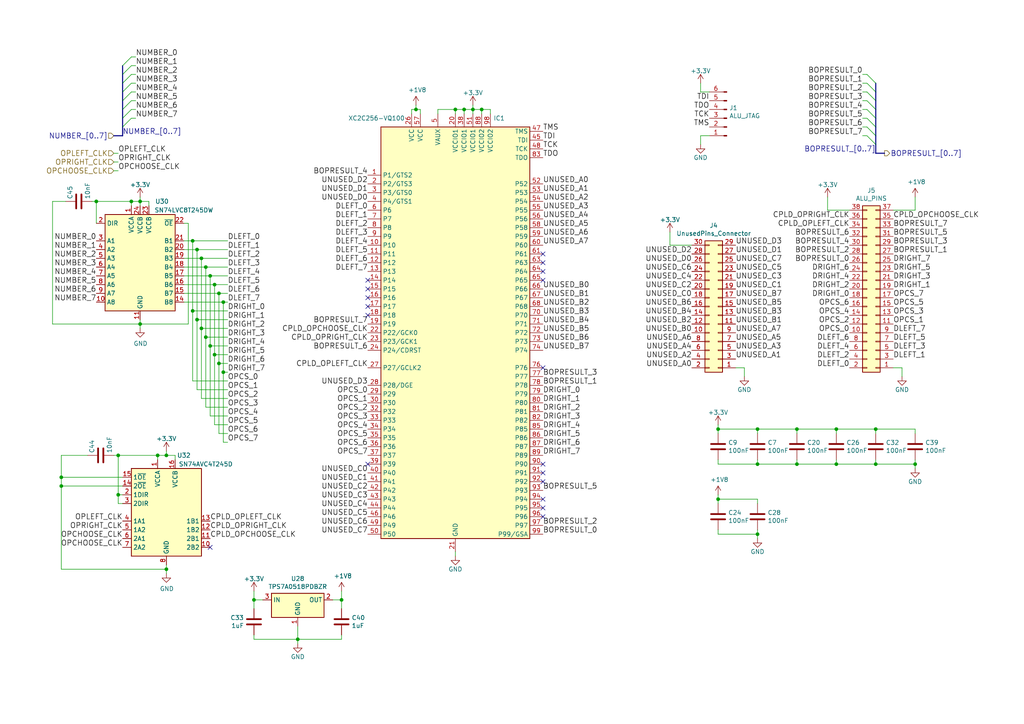
<source format=kicad_sch>
(kicad_sch (version 20230121) (generator eeschema)
  (paper "A4")
  (title_block (title "GP8B") (date "2022-07-08") (rev "V6.0") (company "Guillaume Guillet") (comment 1 "Copyright Guillaume Guillet 2022") (comment 2 "Licensed under CERN-OHL-W v2 or later"))
  (junction (at 132.08 31.75))
  (junction (at 86.36 185.42))
  (junction (at 55.88 90.17))
  (junction (at 242.57 134.62))
  (junction (at 62.23 82.55))
  (junction (at 63.5 85.09))
  (junction (at 27.94 58.42))
  (junction (at 40.64 93.98))
  (junction (at 55.88 69.85))
  (junction (at 242.57 124.46))
  (junction (at 34.29 143.51))
  (junction (at 57.15 92.71))
  (junction (at 139.7 31.75))
  (junction (at 73.66 173.99))
  (junction (at 57.15 72.39))
  (junction (at 58.42 74.93))
  (junction (at 208.28 144.78))
  (junction (at 254 124.46))
  (junction (at 17.78 140.97))
  (junction (at 48.26 165.1))
  (junction (at 62.23 102.87))
  (junction (at 40.64 58.42))
  (junction (at 60.96 100.33))
  (junction (at 99.06 173.99))
  (junction (at 208.28 124.46))
  (junction (at 120.65 31.75))
  (junction (at 265.43 134.62))
  (junction (at 64.77 87.63))
  (junction (at 64.77 107.95))
  (junction (at 219.71 124.46))
  (junction (at 17.78 138.43))
  (junction (at 48.26 132.08))
  (junction (at 60.96 80.01))
  (junction (at 45.72 132.08))
  (junction (at 63.5 105.41))
  (junction (at 34.29 132.08))
  (junction (at 59.69 77.47))
  (junction (at 38.1 58.42))
  (junction (at 231.14 134.62))
  (junction (at 219.71 154.94))
  (junction (at 219.71 134.62))
  (junction (at 58.42 95.25))
  (junction (at 254 134.62))
  (junction (at 134.62 31.75))
  (junction (at 231.14 124.46))
  (junction (at 59.69 97.79))
  (junction (at 137.16 31.75))
  (no_connect (at 157.48 144.78))
  (no_connect (at 157.48 139.7))
  (no_connect (at 106.68 88.9))
  (no_connect (at 157.48 81.28))
  (no_connect (at 157.48 137.16))
  (no_connect (at 106.68 86.36))
  (no_connect (at 157.48 134.62))
  (no_connect (at 157.48 149.86))
  (no_connect (at 157.48 147.32))
  (no_connect (at 157.48 78.74))
  (no_connect (at 60.96 158.75))
  (no_connect (at 157.48 73.66))
  (no_connect (at 106.68 91.44))
  (no_connect (at 157.48 106.68))
  (no_connect (at 106.68 134.62))
  (no_connect (at 106.68 83.82))
  (no_connect (at 106.68 81.28))
  (no_connect (at 157.48 76.2))
  (bus_entry (at 251.46 36.83) (size 2.54 2.54))
  (bus_entry (at 38.1 24.13) (size -2.54 2.54))
  (bus_entry (at 251.46 21.59) (size 2.54 2.54))
  (bus_entry (at 251.46 24.13) (size 2.54 2.54))
  (bus_entry (at 38.1 16.51) (size -2.54 2.54))
  (bus_entry (at 38.1 31.75) (size -2.54 2.54))
  (bus_entry (at 251.46 29.21) (size 2.54 2.54))
  (bus_entry (at 251.46 31.75) (size 2.54 2.54))
  (bus_entry (at 251.46 39.37) (size 2.54 2.54))
  (bus_entry (at 38.1 21.59) (size -2.54 2.54))
  (bus_entry (at 38.1 19.05) (size -2.54 2.54))
  (bus_entry (at 251.46 34.29) (size 2.54 2.54))
  (bus_entry (at 38.1 29.21) (size -2.54 2.54))
  (bus_entry (at 251.46 26.67) (size 2.54 2.54))
  (bus_entry (at 38.1 34.29) (size -2.54 2.54))
  (bus_entry (at 38.1 26.67) (size -2.54 2.54))
  (wire (pts (xy 39.37 34.29) (xy 38.1 34.29)))
  (wire (pts (xy 203.2 24.13) (xy 203.2 26.67)))
  (wire (pts (xy 53.34 69.85) (xy 55.88 69.85)))
  (wire (pts (xy 27.94 58.42) (xy 26.67 58.42)))
  (bus (pts (xy 254 26.67) (xy 254 29.21)))
  (wire (pts (xy 219.71 124.46) (xy 231.14 124.46)))
  (wire (pts (xy 119.38 31.75) (xy 119.38 33.02)))
  (wire (pts (xy 265.43 133.35) (xy 265.43 134.62)))
  (wire (pts (xy 259.08 60.96) (xy 265.43 60.96)))
  (wire (pts (xy 63.5 85.09) (xy 63.5 105.41)))
  (wire (pts (xy 132.08 31.75) (xy 132.08 33.02)))
  (wire (pts (xy 254 134.62) (xy 265.43 134.62)))
  (wire (pts (xy 240.03 60.96) (xy 240.03 57.15)))
  (wire (pts (xy 139.7 31.75) (xy 142.24 31.75)))
  (wire (pts (xy 19.05 58.42) (xy 15.24 58.42)))
  (bus (pts (xy 35.56 39.37) (xy 33.02 39.37)))
  (wire (pts (xy 62.23 102.87) (xy 62.23 123.19)))
  (wire (pts (xy 242.57 125.73) (xy 242.57 124.46)))
  (wire (pts (xy 59.69 118.11) (xy 66.04 118.11)))
  (wire (pts (xy 39.37 16.51) (xy 38.1 16.51)))
  (wire (pts (xy 39.37 21.59) (xy 38.1 21.59)))
  (wire (pts (xy 17.78 165.1) (xy 48.26 165.1)))
  (bus (pts (xy 35.56 24.13) (xy 35.56 26.67)))
  (bus (pts (xy 254 31.75) (xy 254 34.29)))
  (wire (pts (xy 203.2 39.37) (xy 203.2 41.91)))
  (wire (pts (xy 99.06 185.42) (xy 99.06 184.15)))
  (wire (pts (xy 219.71 153.67) (xy 219.71 154.94)))
  (wire (pts (xy 73.66 173.99) (xy 76.2 173.99)))
  (wire (pts (xy 132.08 31.75) (xy 127 31.75)))
  (wire (pts (xy 254 124.46) (xy 265.43 124.46)))
  (wire (pts (xy 120.65 30.48) (xy 120.65 31.75)))
  (wire (pts (xy 215.9 106.68) (xy 213.36 106.68)))
  (wire (pts (xy 62.23 123.19) (xy 66.04 123.19)))
  (wire (pts (xy 208.28 144.78) (xy 208.28 143.51)))
  (wire (pts (xy 246.38 60.96) (xy 240.03 60.96)))
  (wire (pts (xy 134.62 31.75) (xy 134.62 33.02)))
  (bus (pts (xy 35.56 31.75) (xy 35.56 34.29)))
  (bus (pts (xy 254 34.29) (xy 254 36.83)))
  (wire (pts (xy 73.66 171.45) (xy 73.66 173.99)))
  (wire (pts (xy 231.14 124.46) (xy 242.57 124.46)))
  (wire (pts (xy 242.57 134.62) (xy 254 134.62)))
  (wire (pts (xy 17.78 138.43) (xy 17.78 132.08)))
  (wire (pts (xy 53.34 77.47) (xy 59.69 77.47)))
  (wire (pts (xy 86.36 185.42) (xy 99.06 185.42)))
  (wire (pts (xy 261.62 106.68) (xy 259.08 106.68)))
  (wire (pts (xy 64.77 128.27) (xy 66.04 128.27)))
  (bus (pts (xy 35.56 29.21) (xy 35.56 31.75)))
  (wire (pts (xy 59.69 97.79) (xy 59.69 118.11)))
  (wire (pts (xy 231.14 134.62) (xy 231.14 133.35)))
  (wire (pts (xy 219.71 124.46) (xy 208.28 124.46)))
  (wire (pts (xy 142.24 31.75) (xy 142.24 33.02)))
  (wire (pts (xy 62.23 102.87) (xy 66.04 102.87)))
  (bus (pts (xy 35.56 34.29) (xy 35.56 36.83)))
  (bus (pts (xy 254 39.37) (xy 254 41.91)))
  (wire (pts (xy 60.96 80.01) (xy 60.96 100.33)))
  (wire (pts (xy 120.65 31.75) (xy 119.38 31.75)))
  (wire (pts (xy 57.15 92.71) (xy 57.15 113.03)))
  (wire (pts (xy 38.1 59.69) (xy 38.1 58.42)))
  (wire (pts (xy 17.78 132.08) (xy 25.4 132.08)))
  (wire (pts (xy 39.37 24.13) (xy 38.1 24.13)))
  (bus (pts (xy 254 29.21) (xy 254 31.75)))
  (bus (pts (xy 35.56 21.59) (xy 35.56 24.13)))
  (wire (pts (xy 250.19 26.67) (xy 251.46 26.67)))
  (wire (pts (xy 40.64 92.71) (xy 40.64 93.98)))
  (wire (pts (xy 53.34 87.63) (xy 64.77 87.63)))
  (wire (pts (xy 219.71 154.94) (xy 219.71 156.21)))
  (wire (pts (xy 64.77 87.63) (xy 66.04 87.63)))
  (wire (pts (xy 99.06 173.99) (xy 99.06 171.45)))
  (bus (pts (xy 254 41.91) (xy 254 44.45)))
  (wire (pts (xy 219.71 134.62) (xy 231.14 134.62)))
  (wire (pts (xy 55.88 90.17) (xy 66.04 90.17)))
  (wire (pts (xy 55.88 90.17) (xy 55.88 110.49)))
  (wire (pts (xy 132.08 160.02) (xy 132.08 161.29)))
  (wire (pts (xy 34.29 143.51) (xy 34.29 132.08)))
  (wire (pts (xy 33.02 46.99) (xy 34.29 46.99)))
  (wire (pts (xy 57.15 113.03) (xy 66.04 113.03)))
  (wire (pts (xy 50.8 133.35) (xy 50.8 132.08)))
  (wire (pts (xy 53.34 80.01) (xy 60.96 80.01)))
  (wire (pts (xy 48.26 165.1) (xy 48.26 163.83)))
  (wire (pts (xy 208.28 144.78) (xy 219.71 144.78)))
  (wire (pts (xy 219.71 134.62) (xy 219.71 133.35)))
  (wire (pts (xy 137.16 31.75) (xy 137.16 30.48)))
  (wire (pts (xy 40.64 93.98) (xy 40.64 95.25)))
  (wire (pts (xy 60.96 80.01) (xy 66.04 80.01)))
  (wire (pts (xy 208.28 124.46) (xy 208.28 123.19)))
  (wire (pts (xy 265.43 60.96) (xy 265.43 57.15)))
  (wire (pts (xy 60.96 120.65) (xy 66.04 120.65)))
  (bus (pts (xy 35.56 26.67) (xy 35.56 29.21)))
  (wire (pts (xy 250.19 24.13) (xy 251.46 24.13)))
  (wire (pts (xy 121.92 31.75) (xy 121.92 33.02)))
  (wire (pts (xy 59.69 77.47) (xy 66.04 77.47)))
  (wire (pts (xy 205.74 39.37) (xy 203.2 39.37)))
  (wire (pts (xy 215.9 109.22) (xy 215.9 106.68)))
  (bus (pts (xy 35.56 36.83) (xy 35.56 39.37)))
  (wire (pts (xy 53.34 82.55) (xy 62.23 82.55)))
  (wire (pts (xy 33.02 44.45) (xy 34.29 44.45)))
  (wire (pts (xy 58.42 74.93) (xy 58.42 95.25)))
  (wire (pts (xy 265.43 134.62) (xy 265.43 135.89)))
  (wire (pts (xy 27.94 64.77) (xy 27.94 58.42)))
  (wire (pts (xy 53.34 74.93) (xy 58.42 74.93)))
  (wire (pts (xy 219.71 144.78) (xy 219.71 146.05)))
  (wire (pts (xy 137.16 31.75) (xy 134.62 31.75)))
  (wire (pts (xy 203.2 26.67) (xy 205.74 26.67)))
  (wire (pts (xy 231.14 124.46) (xy 231.14 125.73)))
  (wire (pts (xy 60.96 100.33) (xy 60.96 120.65)))
  (wire (pts (xy 231.14 134.62) (xy 242.57 134.62)))
  (bus (pts (xy 254 24.13) (xy 254 26.67)))
  (wire (pts (xy 27.94 58.42) (xy 38.1 58.42)))
  (wire (pts (xy 57.15 72.39) (xy 57.15 92.71)))
  (wire (pts (xy 45.72 132.08) (xy 45.72 133.35)))
  (wire (pts (xy 261.62 109.22) (xy 261.62 106.68)))
  (wire (pts (xy 73.66 176.53) (xy 73.66 173.99)))
  (wire (pts (xy 86.36 181.61) (xy 86.36 185.42)))
  (wire (pts (xy 208.28 154.94) (xy 208.28 153.67)))
  (wire (pts (xy 17.78 140.97) (xy 35.56 140.97)))
  (wire (pts (xy 34.29 132.08) (xy 33.02 132.08)))
  (wire (pts (xy 39.37 19.05) (xy 38.1 19.05)))
  (wire (pts (xy 219.71 124.46) (xy 219.71 125.73)))
  (wire (pts (xy 60.96 100.33) (xy 66.04 100.33)))
  (wire (pts (xy 59.69 97.79) (xy 66.04 97.79)))
  (wire (pts (xy 40.64 58.42) (xy 40.64 57.15)))
  (wire (pts (xy 208.28 133.35) (xy 208.28 134.62)))
  (wire (pts (xy 194.31 71.12) (xy 194.31 67.31)))
  (wire (pts (xy 17.78 165.1) (xy 17.78 140.97)))
  (wire (pts (xy 39.37 26.67) (xy 38.1 26.67)))
  (wire (pts (xy 86.36 185.42) (xy 86.36 186.69)))
  (wire (pts (xy 127 31.75) (xy 127 33.02)))
  (wire (pts (xy 250.19 21.59) (xy 251.46 21.59)))
  (wire (pts (xy 34.29 146.05) (xy 34.29 143.51)))
  (wire (pts (xy 17.78 138.43) (xy 35.56 138.43)))
  (wire (pts (xy 200.66 71.12) (xy 194.31 71.12)))
  (wire (pts (xy 58.42 115.57) (xy 66.04 115.57)))
  (wire (pts (xy 34.29 132.08) (xy 45.72 132.08)))
  (wire (pts (xy 55.88 110.49) (xy 66.04 110.49)))
  (wire (pts (xy 63.5 125.73) (xy 66.04 125.73)))
  (wire (pts (xy 58.42 95.25) (xy 58.42 115.57)))
  (wire (pts (xy 242.57 133.35) (xy 242.57 134.62)))
  (wire (pts (xy 96.52 173.99) (xy 99.06 173.99)))
  (wire (pts (xy 15.24 93.98) (xy 40.64 93.98)))
  (wire (pts (xy 57.15 72.39) (xy 66.04 72.39)))
  (wire (pts (xy 43.18 58.42) (xy 40.64 58.42)))
  (wire (pts (xy 208.28 134.62) (xy 219.71 134.62)))
  (wire (pts (xy 62.23 82.55) (xy 62.23 102.87)))
  (wire (pts (xy 53.34 85.09) (xy 63.5 85.09)))
  (wire (pts (xy 63.5 105.41) (xy 63.5 125.73)))
  (wire (pts (xy 53.34 64.77) (xy 54.61 64.77)))
  (wire (pts (xy 120.65 31.75) (xy 121.92 31.75)))
  (wire (pts (xy 54.61 64.77) (xy 54.61 93.98)))
  (wire (pts (xy 39.37 29.21) (xy 38.1 29.21)))
  (wire (pts (xy 137.16 31.75) (xy 139.7 31.75)))
  (wire (pts (xy 219.71 154.94) (xy 208.28 154.94)))
  (wire (pts (xy 55.88 69.85) (xy 55.88 90.17)))
  (wire (pts (xy 250.19 31.75) (xy 251.46 31.75)))
  (wire (pts (xy 35.56 143.51) (xy 34.29 143.51)))
  (wire (pts (xy 17.78 140.97) (xy 17.78 138.43)))
  (wire (pts (xy 38.1 58.42) (xy 40.64 58.42)))
  (wire (pts (xy 73.66 185.42) (xy 73.66 184.15)))
  (wire (pts (xy 33.02 49.53) (xy 34.29 49.53)))
  (wire (pts (xy 265.43 124.46) (xy 265.43 125.73)))
  (wire (pts (xy 64.77 107.95) (xy 66.04 107.95)))
  (wire (pts (xy 208.28 146.05) (xy 208.28 144.78)))
  (wire (pts (xy 48.26 132.08) (xy 45.72 132.08)))
  (wire (pts (xy 54.61 93.98) (xy 40.64 93.98)))
  (wire (pts (xy 250.19 29.21) (xy 251.46 29.21)))
  (wire (pts (xy 63.5 85.09) (xy 66.04 85.09)))
  (wire (pts (xy 59.69 77.47) (xy 59.69 97.79)))
  (wire (pts (xy 50.8 132.08) (xy 48.26 132.08)))
  (wire (pts (xy 55.88 69.85) (xy 66.04 69.85)))
  (wire (pts (xy 43.18 59.69) (xy 43.18 58.42)))
  (wire (pts (xy 53.34 72.39) (xy 57.15 72.39)))
  (wire (pts (xy 63.5 105.41) (xy 66.04 105.41)))
  (wire (pts (xy 254 125.73) (xy 254 124.46)))
  (wire (pts (xy 48.26 132.08) (xy 48.26 130.81)))
  (wire (pts (xy 15.24 58.42) (xy 15.24 93.98)))
  (wire (pts (xy 134.62 31.75) (xy 132.08 31.75)))
  (wire (pts (xy 58.42 95.25) (xy 66.04 95.25)))
  (wire (pts (xy 64.77 87.63) (xy 64.77 107.95)))
  (wire (pts (xy 254 133.35) (xy 254 134.62)))
  (wire (pts (xy 40.64 58.42) (xy 40.64 59.69)))
  (wire (pts (xy 250.19 34.29) (xy 251.46 34.29)))
  (wire (pts (xy 208.28 124.46) (xy 208.28 125.73)))
  (bus (pts (xy 254 44.45) (xy 256.54 44.45)))
  (wire (pts (xy 86.36 185.42) (xy 73.66 185.42)))
  (wire (pts (xy 57.15 92.71) (xy 66.04 92.71)))
  (wire (pts (xy 62.23 82.55) (xy 66.04 82.55)))
  (wire (pts (xy 242.57 124.46) (xy 254 124.46)))
  (bus (pts (xy 254 36.83) (xy 254 39.37)))
  (wire (pts (xy 250.19 36.83) (xy 251.46 36.83)))
  (wire (pts (xy 64.77 107.95) (xy 64.77 128.27)))
  (wire (pts (xy 39.37 31.75) (xy 38.1 31.75)))
  (wire (pts (xy 99.06 176.53) (xy 99.06 173.99)))
  (wire (pts (xy 35.56 146.05) (xy 34.29 146.05)))
  (wire (pts (xy 58.42 74.93) (xy 66.04 74.93)))
  (wire (pts (xy 250.19 39.37) (xy 251.46 39.37)))
  (wire (pts (xy 48.26 166.37) (xy 48.26 165.1)))
  (bus (pts (xy 35.56 19.05) (xy 35.56 21.59)))
  (wire (pts (xy 137.16 33.02) (xy 137.16 31.75)))
  (wire (pts (xy 139.7 31.75) (xy 139.7 33.02)))
  (label "DRIGHT_4" (at 157.48 124.46 0) (effects (font (size 1.524 1.524))))
  (label "DRIGHT_5" (at 259.08 78.74 0) (effects (font (size 1.524 1.524))))
  (label "UNUSED_B6" (at 157.48 99.06 0) (effects (font (size 1.524 1.524))))
  (label "DLEFT_7" (at 259.08 96.52 0) (effects (font (size 1.524 1.524))))
  (label "DRIGHT_1" (at 66.04 92.71 0) (effects (font (size 1.524 1.524))))
  (label "UNUSED_A1" (at 213.36 104.14 0) (effects (font (size 1.524 1.524))))
  (label "UNUSED_D2" (at 106.68 53.34 180) (effects (font (size 1.524 1.524))))
  (label "UNUSED_A2" (at 200.66 104.14 180) (effects (font (size 1.524 1.524))))
  (label "UNUSED_A4" (at 200.66 101.6 180) (effects (font (size 1.524 1.524))))
  (label "DRIGHT_2" (at 157.48 119.38 0) (effects (font (size 1.524 1.524))))
  (label "UNUSED_A1" (at 157.48 55.88 0) (effects (font (size 1.524 1.524))))
  (label "UNUSED_A0" (at 200.66 106.68 180) (effects (font (size 1.524 1.524))))
  (label "DLEFT_2" (at 246.38 104.14 180) (effects (font (size 1.524 1.524))))
  (label "DRIGHT_5" (at 157.48 127 0) (effects (font (size 1.524 1.524))))
  (label "OPCS_7" (at 66.04 128.27 0) (effects (font (size 1.524 1.524))))
  (label "UNUSED_C4" (at 200.66 81.28 180) (effects (font (size 1.524 1.524))))
  (label "UNUSED_D3" (at 106.68 111.76 180) (effects (font (size 1.524 1.524))))
  (label "OPCS_5" (at 66.04 123.19 0) (effects (font (size 1.524 1.524))))
  (label "BOPRESULT_3" (at 259.08 71.12 0) (effects (font (size 1.524 1.524))))
  (label "NUMBER_6" (at 27.94 85.09 180) (effects (font (size 1.524 1.524))))
  (label "UNUSED_B1" (at 157.48 86.36 0) (effects (font (size 1.524 1.524))))
  (label "UNUSED_C7" (at 213.36 76.2 0) (effects (font (size 1.524 1.524))))
  (label "BOPRESULT_5" (at 157.48 142.24 0) (effects (font (size 1.524 1.524))))
  (label "DRIGHT_0" (at 246.38 86.36 180) (effects (font (size 1.524 1.524))))
  (label "OPCS_2" (at 246.38 93.98 180) (effects (font (size 1.524 1.524))))
  (label "DRIGHT_3" (at 66.04 97.79 0) (effects (font (size 1.524 1.524))))
  (label "CPLD_OPLEFT_CLK" (at 246.38 66.04 180) (effects (font (size 1.524 1.524))))
  (label "UNUSED_C5" (at 213.36 78.74 0) (effects (font (size 1.524 1.524))))
  (label "NUMBER_7" (at 27.94 87.63 180) (effects (font (size 1.524 1.524))))
  (label "UNUSED_C3" (at 213.36 81.28 0) (effects (font (size 1.524 1.524))))
  (label "DRIGHT_2" (at 246.38 83.82 180) (effects (font (size 1.524 1.524))))
  (label "TDI" (at 205.74 29.21 180) (effects (font (size 1.524 1.524))))
  (label "DRIGHT_2" (at 66.04 95.25 0) (effects (font (size 1.524 1.524))))
  (label "OPCS_4" (at 106.68 124.46 180) (effects (font (size 1.524 1.524))))
  (label "UNUSED_C2" (at 106.68 142.24 180) (effects (font (size 1.524 1.524))))
  (label "NUMBER_[0..7]" (at 35.56 39.37 0) (effects (font (size 1.524 1.524))))
  (label "BOPRESULT_2" (at 250.19 26.67 180) (effects (font (size 1.524 1.524))))
  (label "UNUSED_C2" (at 200.66 83.82 180) (effects (font (size 1.524 1.524))))
  (label "BOPRESULT_6" (at 246.38 68.58 180) (effects (font (size 1.524 1.524))))
  (label "NUMBER_1" (at 39.37 19.05 0) (effects (font (size 1.524 1.524))))
  (label "BOPRESULT_7" (at 106.68 93.98 180) (effects (font (size 1.524 1.524))))
  (label "OPCS_0" (at 246.38 96.52 180) (effects (font (size 1.524 1.524))))
  (label "NUMBER_6" (at 39.37 31.75 0) (effects (font (size 1.524 1.524))))
  (label "DLEFT_0" (at 106.68 60.96 180) (effects (font (size 1.524 1.524))))
  (label "UNUSED_B3" (at 157.48 91.44 0) (effects (font (size 1.524 1.524))))
  (label "TMS" (at 157.48 38.1 0) (effects (font (size 1.524 1.524))))
  (label "UNUSED_A3" (at 157.48 60.96 0) (effects (font (size 1.524 1.524))))
  (label "OPCHOOSE_CLK" (at 35.56 158.75 180) (effects (font (size 1.524 1.524))))
  (label "UNUSED_C0" (at 200.66 86.36 180) (effects (font (size 1.524 1.524))))
  (label "DRIGHT_5" (at 66.04 102.87 0) (effects (font (size 1.524 1.524))))
  (label "OPRIGHT_CLK" (at 35.56 153.67 180) (effects (font (size 1.524 1.524))))
  (label "UNUSED_B6" (at 200.66 88.9 180) (effects (font (size 1.524 1.524))))
  (label "UNUSED_D0" (at 106.68 58.42 180) (effects (font (size 1.524 1.524))))
  (label "CPLD_OPRIGHT_CLK" (at 106.68 99.06 180) (effects (font (size 1.524 1.524))))
  (label "BOPRESULT_4" (at 106.68 50.8 180) (effects (font (size 1.524 1.524))))
  (label "UNUSED_A7" (at 157.48 71.12 0) (effects (font (size 1.524 1.524))))
  (label "BOPRESULT_5" (at 259.08 68.58 0) (effects (font (size 1.524 1.524))))
  (label "DLEFT_6" (at 246.38 99.06 180) (effects (font (size 1.524 1.524))))
  (label "UNUSED_A2" (at 157.48 58.42 0) (effects (font (size 1.524 1.524))))
  (label "UNUSED_D1" (at 106.68 55.88 180) (effects (font (size 1.524 1.524))))
  (label "BOPRESULT_2" (at 246.38 73.66 180) (effects (font (size 1.524 1.524))))
  (label "DLEFT_4" (at 246.38 101.6 180) (effects (font (size 1.524 1.524))))
  (label "BOPRESULT_2" (at 157.48 152.4 0) (effects (font (size 1.524 1.524))))
  (label "UNUSED_C1" (at 106.68 139.7 180) (effects (font (size 1.524 1.524))))
  (label "BOPRESULT_0" (at 246.38 76.2 180) (effects (font (size 1.524 1.524))))
  (label "DRIGHT_1" (at 157.48 116.84 0) (effects (font (size 1.524 1.524))))
  (label "BOPRESULT_1" (at 250.19 24.13 180) (effects (font (size 1.524 1.524))))
  (label "UNUSED_A5" (at 213.36 99.06 0) (effects (font (size 1.524 1.524))))
  (label "UNUSED_B7" (at 157.48 101.6 0) (effects (font (size 1.524 1.524))))
  (label "NUMBER_3" (at 39.37 24.13 0) (effects (font (size 1.524 1.524))))
  (label "DLEFT_2" (at 66.04 74.93 0) (effects (font (size 1.524 1.524))))
  (label "DLEFT_5" (at 66.04 82.55 0) (effects (font (size 1.524 1.524))))
  (label "NUMBER_1" (at 27.94 72.39 180) (effects (font (size 1.524 1.524))))
  (label "OPCS_2" (at 66.04 115.57 0) (effects (font (size 1.524 1.524))))
  (label "OPCS_7" (at 259.08 86.36 0) (effects (font (size 1.524 1.524))))
  (label "TMS" (at 205.74 36.83 180) (effects (font (size 1.524 1.524))))
  (label "OPLEFT_CLK" (at 34.29 44.45 0) (effects (font (size 1.524 1.524))))
  (label "UNUSED_C0" (at 106.68 137.16 180) (effects (font (size 1.524 1.524))))
  (label "DLEFT_3" (at 66.04 77.47 0) (effects (font (size 1.524 1.524))))
  (label "BOPRESULT_7" (at 250.19 39.37 180) (effects (font (size 1.524 1.524))))
  (label "OPCS_4" (at 66.04 120.65 0) (effects (font (size 1.524 1.524))))
  (label "DRIGHT_4" (at 66.04 100.33 0) (effects (font (size 1.524 1.524))))
  (label "OPCS_7" (at 106.68 132.08 180) (effects (font (size 1.524 1.524))))
  (label "NUMBER_4" (at 39.37 26.67 0) (effects (font (size 1.524 1.524))))
  (label "OPCS_3" (at 66.04 118.11 0) (effects (font (size 1.524 1.524))))
  (label "DLEFT_1" (at 259.08 104.14 0) (effects (font (size 1.524 1.524))))
  (label "OPCS_0" (at 106.68 114.3 180) (effects (font (size 1.524 1.524))))
  (label "OPCS_2" (at 106.68 119.38 180) (effects (font (size 1.524 1.524))))
  (label "OPCS_3" (at 106.68 121.92 180) (effects (font (size 1.524 1.524))))
  (label "DLEFT_4" (at 106.68 71.12 180) (effects (font (size 1.524 1.524))))
  (label "OPCS_5" (at 259.08 88.9 0) (effects (font (size 1.524 1.524))))
  (label "DRIGHT_6" (at 66.04 105.41 0) (effects (font (size 1.524 1.524))))
  (label "DLEFT_5" (at 259.08 99.06 0) (effects (font (size 1.524 1.524))))
  (label "DLEFT_6" (at 106.68 76.2 180) (effects (font (size 1.524 1.524))))
  (label "NUMBER_5" (at 39.37 29.21 0) (effects (font (size 1.524 1.524))))
  (label "DRIGHT_7" (at 259.08 76.2 0) (effects (font (size 1.524 1.524))))
  (label "UNUSED_C4" (at 106.68 147.32 180) (effects (font (size 1.524 1.524))))
  (label "OPCS_1" (at 106.68 116.84 180) (effects (font (size 1.524 1.524))))
  (label "UNUSED_B3" (at 213.36 91.44 0) (effects (font (size 1.524 1.524))))
  (label "UNUSED_A5" (at 157.48 66.04 0) (effects (font (size 1.524 1.524))))
  (label "UNUSED_A4" (at 157.48 63.5 0) (effects (font (size 1.524 1.524))))
  (label "UNUSED_B4" (at 157.48 93.98 0) (effects (font (size 1.524 1.524))))
  (label "UNUSED_A7" (at 213.36 96.52 0) (effects (font (size 1.524 1.524))))
  (label "BOPRESULT_1" (at 259.08 73.66 0) (effects (font (size 1.524 1.524))))
  (label "OPCS_6" (at 66.04 125.73 0) (effects (font (size 1.524 1.524))))
  (label "DLEFT_6" (at 66.04 85.09 0) (effects (font (size 1.524 1.524))))
  (label "CPLD_OPRIGHT_CLK" (at 60.96 153.67 0) (effects (font (size 1.524 1.524))))
  (label "DRIGHT_7" (at 66.04 107.95 0) (effects (font (size 1.524 1.524))))
  (label "NUMBER_0" (at 39.37 16.51 0) (effects (font (size 1.524 1.524))))
  (label "UNUSED_A6" (at 200.66 99.06 180) (effects (font (size 1.524 1.524))))
  (label "UNUSED_B5" (at 213.36 88.9 0) (effects (font (size 1.524 1.524))))
  (label "DLEFT_7" (at 106.68 78.74 180) (effects (font (size 1.524 1.524))))
  (label "NUMBER_2" (at 27.94 74.93 180) (effects (font (size 1.524 1.524))))
  (label "OPCS_6" (at 246.38 88.9 180) (effects (font (size 1.524 1.524))))
  (label "DLEFT_0" (at 66.04 69.85 0) (effects (font (size 1.524 1.524))))
  (label "DRIGHT_6" (at 157.48 129.54 0) (effects (font (size 1.524 1.524))))
  (label "DLEFT_1" (at 106.68 63.5 180) (effects (font (size 1.524 1.524))))
  (label "BOPRESULT_7" (at 259.08 66.04 0) (effects (font (size 1.524 1.524))))
  (label "CPLD_OPCHOOSE_CLK" (at 259.08 63.5 0) (effects (font (size 1.524 1.524))))
  (label "UNUSED_D0" (at 200.66 76.2 180) (effects (font (size 1.524 1.524))))
  (label "BOPRESULT_3" (at 250.19 29.21 180) (effects (font (size 1.524 1.524))))
  (label "NUMBER_3" (at 27.94 77.47 180) (effects (font (size 1.524 1.524))))
  (label "UNUSED_D1" (at 213.36 73.66 0) (effects (font (size 1.524 1.524))))
  (label "OPCHOOSE_CLK" (at 35.56 156.21 180) (effects (font (size 1.524 1.524))))
  (label "UNUSED_B2" (at 157.48 88.9 0) (effects (font (size 1.524 1.524))))
  (label "OPLEFT_CLK" (at 35.56 151.13 180) (effects (font (size 1.524 1.524))))
  (label "TDO" (at 157.48 45.72 0) (effects (font (size 1.524 1.524))))
  (label "BOPRESULT_6" (at 250.19 36.83 180) (effects (font (size 1.524 1.524))))
  (label "BOPRESULT_1" (at 157.48 111.76 0) (effects (font (size 1.524 1.524))))
  (label "NUMBER_7" (at 39.37 34.29 0) (effects (font (size 1.524 1.524))))
  (label "DRIGHT_4" (at 246.38 81.28 180) (effects (font (size 1.524 1.524))))
  (label "CPLD_OPCHOOSE_CLK" (at 60.96 156.21 0) (effects (font (size 1.524 1.524))))
  (label "OPCS_5" (at 106.68 127 180) (effects (font (size 1.524 1.524))))
  (label "UNUSED_B0" (at 200.66 96.52 180) (effects (font (size 1.524 1.524))))
  (label "DLEFT_0" (at 246.38 106.68 180) (effects (font (size 1.524 1.524))))
  (label "OPCS_1" (at 66.04 113.03 0) (effects (font (size 1.524 1.524))))
  (label "DRIGHT_7" (at 157.48 132.08 0) (effects (font (size 1.524 1.524))))
  (label "CPLD_OPRIGHT_CLK" (at 246.38 63.5 180) (effects (font (size 1.524 1.524))))
  (label "UNUSED_C6" (at 106.68 152.4 180) (effects (font (size 1.524 1.524))))
  (label "DRIGHT_3" (at 157.48 121.92 0) (effects (font (size 1.524 1.524))))
  (label "DLEFT_5" (at 106.68 73.66 180) (effects (font (size 1.524 1.524))))
  (label "NUMBER_0" (at 27.94 69.85 180) (effects (font (size 1.524 1.524))))
  (label "UNUSED_A0" (at 157.48 53.34 0) (effects (font (size 1.524 1.524))))
  (label "UNUSED_B0" (at 157.48 83.82 0) (effects (font (size 1.524 1.524))))
  (label "BOPRESULT_3" (at 157.48 109.22 0) (effects (font (size 1.524 1.524))))
  (label "UNUSED_C3" (at 106.68 144.78 180) (effects (font (size 1.524 1.524))))
  (label "UNUSED_C5" (at 106.68 149.86 180) (effects (font (size 1.524 1.524))))
  (label "OPCS_1" (at 259.08 93.98 0) (effects (font (size 1.524 1.524))))
  (label "OPCS_0" (at 66.04 110.49 0) (effects (font (size 1.524 1.524))))
  (label "UNUSED_C7" (at 106.68 154.94 180) (effects (font (size 1.524 1.524))))
  (label "CPLD_OPLEFT_CLK" (at 106.68 106.68 180) (effects (font (size 1.524 1.524))))
  (label "OPCS_6" (at 106.68 129.54 180) (effects (font (size 1.524 1.524))))
  (label "BOPRESULT_0" (at 250.19 21.59 180) (effects (font (size 1.524 1.524))))
  (label "DRIGHT_0" (at 157.48 114.3 0) (effects (font (size 1.524 1.524))))
  (label "BOPRESULT_4" (at 250.19 31.75 180) (effects (font (size 1.524 1.524))))
  (label "UNUSED_D2" (at 200.66 73.66 180) (effects (font (size 1.524 1.524))))
  (label "OPCS_3" (at 259.08 91.44 0) (effects (font (size 1.524 1.524))))
  (label "UNUSED_C1" (at 213.36 83.82 0) (effects (font (size 1.524 1.524))))
  (label "OPCS_4" (at 246.38 91.44 180) (effects (font (size 1.524 1.524))))
  (label "TCK" (at 205.74 34.29 180) (effects (font (size 1.524 1.524))))
  (label "TCK" (at 157.48 43.18 0) (effects (font (size 1.524 1.524))))
  (label "TDI" (at 157.48 40.64 0) (effects (font (size 1.524 1.524))))
  (label "CPLD_OPCHOOSE_CLK" (at 106.68 96.52 180) (effects (font (size 1.524 1.524))))
  (label "UNUSED_B2" (at 200.66 93.98 180) (effects (font (size 1.524 1.524))))
  (label "OPCHOOSE_CLK" (at 34.29 49.53 0) (effects (font (size 1.524 1.524))))
  (label "UNUSED_D3" (at 213.36 71.12 0) (effects (font (size 1.524 1.524))))
  (label "BOPRESULT_5" (at 250.19 34.29 180) (effects (font (size 1.524 1.524))))
  (label "BOPRESULT_0" (at 157.48 154.94 0) (effects (font (size 1.524 1.524))))
  (label "DLEFT_4" (at 66.04 80.01 0) (effects (font (size 1.524 1.524))))
  (label "DLEFT_7" (at 66.04 87.63 0) (effects (font (size 1.524 1.524))))
  (label "DRIGHT_6" (at 246.38 78.74 180) (effects (font (size 1.524 1.524))))
  (label "NUMBER_5" (at 27.94 82.55 180) (effects (font (size 1.524 1.524))))
  (label "DLEFT_3" (at 106.68 68.58 180) (effects (font (size 1.524 1.524))))
  (label "CPLD_OPLEFT_CLK" (at 60.96 151.13 0) (effects (font (size 1.524 1.524))))
  (label "UNUSED_B7" (at 213.36 86.36 0) (effects (font (size 1.524 1.524))))
  (label "NUMBER_4" (at 27.94 80.01 180) (effects (font (size 1.524 1.524))))
  (label "DLEFT_1" (at 66.04 72.39 0) (effects (font (size 1.524 1.524))))
  (label "TDO" (at 205.74 31.75 180) (effects (font (size 1.524 1.524))))
  (label "BOPRESULT_6" (at 106.68 101.6 180) (effects (font (size 1.524 1.524))))
  (label "DLEFT_3" (at 259.08 101.6 0) (effects (font (size 1.524 1.524))))
  (label "UNUSED_B1" (at 213.36 93.98 0) (effects (font (size 1.524 1.524))))
  (label "UNUSED_C6" (at 200.66 78.74 180) (effects (font (size 1.524 1.524))))
  (label "OPRIGHT_CLK" (at 34.29 46.99 0) (effects (font (size 1.524 1.524))))
  (label "BOPRESULT_4" (at 246.38 71.12 180) (effects (font (size 1.524 1.524))))
  (label "UNUSED_B5" (at 157.48 96.52 0) (effects (font (size 1.524 1.524))))
  (label "DRIGHT_0" (at 66.04 90.17 0) (effects (font (size 1.524 1.524))))
  (label "UNUSED_A6" (at 157.48 68.58 0) (effects (font (size 1.524 1.524))))
  (label "UNUSED_A3" (at 213.36 101.6 0) (effects (font (size 1.524 1.524))))
  (label "DRIGHT_3" (at 259.08 81.28 0) (effects (font (size 1.524 1.524))))
  (label "DLEFT_2" (at 106.68 66.04 180) (effects (font (size 1.524 1.524))))
  (label "UNUSED_B4" (at 200.66 91.44 180) (effects (font (size 1.524 1.524))))
  (label "DRIGHT_1" (at 259.08 83.82 0) (effects (font (size 1.524 1.524))))
  (label "BOPRESULT_[0..7]" (at 254 44.45 180) (effects (font (size 1.524 1.524))))
  (label "NUMBER_2" (at 39.37 21.59 0) (effects (font (size 1.524 1.524))))
  (hierarchical_label "OPRIGHT_CLK" (shape input) (at 33.02 46.99 180) (effects (font (size 1.524 1.524))))
  (hierarchical_label "OPLEFT_CLK" (shape input) (at 33.02 44.45 180) (effects (font (size 1.524 1.524))))
  (hierarchical_label "NUMBER_[0..7]" (shape input) (at 33.02 39.37 180) (effects (font (size 1.524 1.524))))
  (hierarchical_label "OPCHOOSE_CLK" (shape input) (at 33.02 49.53 180) (effects (font (size 1.524 1.524))))
  (hierarchical_label "BOPRESULT_[0..7]" (shape output) (at 256.54 44.45 0) (effects (font (size 1.524 1.524))))
  (symbol (lib_id "power:GND") (at 203.2 41.91 0) (unit 1)
    (property "Reference" "#PWR012" (effects hide))
    (property "Value" "GND" (at 203.2 45.72 0))
  )
  (symbol (lib_id "power:+3.3V") (at 137.16 30.48 0) (unit 1)
    (property "Reference" "#PWR0122" (effects hide))
    (property "Value" "+3.3V" (at 137.16 26.924 0))
  )
  (symbol (lib_id "power:GND") (at 132.08 161.29 0) (unit 1)
    (property "Reference" "#PWR0124" (effects hide))
    (property "Value" "GND" (at 132.08 165.1 0))
  )
  (symbol (lib_id "power:GND") (at 219.71 156.21 0) (unit 1)
    (property "Reference" "#PWR0129" (effects hide))
    (property "Value" "GND" (at 219.71 160.02 0))
  )
  (symbol (lib_id "Device:C") (at 219.71 149.86 0) (unit 1)
    (property "Reference" "C28" (at 222.631 148.6916 0) (effects (justify left)))
    (property "Value" "100nF" (at 222.631 151.003 0) (effects (justify left)))
    (property "Footprint" "Capacitor_SMD:C_0805_2012Metric" (effects hide))
  )
  (symbol (lib_id "Device:C") (at 254 129.54 0) (unit 1)
    (property "Reference" "C32" (at 256.921 128.3716 0) (effects (justify left)))
    (property "Value" "100nF" (at 256.921 130.683 0) (effects (justify left)))
    (property "Footprint" "Capacitor_SMD:C_0805_2012Metric" (effects hide))
  )
  (symbol (lib_id "Device:C") (at 208.28 149.86 0) (unit 1)
    (property "Reference" "C24" (at 211.201 148.6916 0) (effects (justify left)))
    (property "Value" "100nF" (at 211.201 151.003 0) (effects (justify left)))
    (property "Footprint" "Capacitor_SMD:C_0805_2012Metric" (effects hide))
  )
  (symbol (lib_id "Device:C") (at 208.28 129.54 0) (unit 1)
    (property "Reference" "C9" (at 211.201 128.3716 0) (effects (justify left)))
    (property "Value" "100nF" (at 211.201 130.683 0) (effects (justify left)))
    (property "Footprint" "Capacitor_SMD:C_0805_2012Metric" (effects hide))
  )
  (symbol (lib_id "Device:C") (at 242.57 129.54 0) (unit 1)
    (property "Reference" "C26" (at 245.491 128.3716 0) (effects (justify left)))
    (property "Value" "100nF" (at 245.491 130.683 0) (effects (justify left)))
    (property "Footprint" "Capacitor_SMD:C_0805_2012Metric" (effects hide))
  )
  (symbol (lib_id "power:GND") (at 265.43 135.89 0) (unit 1)
    (property "Reference" "#PWR0130" (effects hide))
    (property "Value" "GND" (at 265.43 139.7 0))
  )
  (symbol (lib_id "Device:C") (at 265.43 129.54 0) (unit 1)
    (property "Reference" "C39" (at 268.351 128.3716 0) (effects (justify left)))
    (property "Value" "100nF" (at 268.351 130.683 0) (effects (justify left)))
    (property "Footprint" "Capacitor_SMD:C_0805_2012Metric" (effects hide))
  )
  (symbol (lib_id "Device:C") (at 231.14 129.54 0) (unit 1)
    (property "Reference" "C20" (at 234.061 128.3716 0) (effects (justify left)))
    (property "Value" "100nF" (at 234.061 130.683 0) (effects (justify left)))
    (property "Footprint" "Capacitor_SMD:C_0805_2012Metric" (effects hide))
  )
  (symbol (lib_id "Device:C") (at 219.71 129.54 0) (unit 1)
    (property "Reference" "C7" (at 222.631 128.3716 0) (effects (justify left)))
    (property "Value" "100nF" (at 222.631 130.683 0) (effects (justify left)))
    (property "Footprint" "Capacitor_SMD:C_0805_2012Metric" (effects hide))
  )
  (symbol (lib_id "power:+3.3V") (at 208.28 123.19 0) (unit 1)
    (property "Reference" "#PWR0131" (effects hide))
    (property "Value" "+3.3V" (at 208.28 119.634 0))
  )
  (symbol (lib_id "power:GND") (at 215.9 109.22 0) (unit 1)
    (property "Reference" "#PWR0139" (effects hide))
    (property "Value" "GND" (at 215.9 113.03 0))
  )
  (symbol (lib_id "power:+3.3V") (at 194.31 67.31 0) (unit 1)
    (property "Reference" "#PWR0140" (effects hide))
    (property "Value" "+3.3V" (at 194.31 63.754 0))
  )
  (symbol (lib_id "FPGA_Xilinx:XC2C256-VQ100") (at 132.08 96.52 0) (unit 1)
    (property "Reference" "IC1" (at 144.78 34.29 0))
    (property "Value" "XC2C256-VQ100" (at 109.22 34.29 0))
    (property "Footprint" "Package_QFP:VQFP-100_14x14mm_P0.5mm" (effects hide))
    (property "Datasheet" "https://www.xilinx.com/support/documentation/data_sheets/ds094.pdf" (effects hide))
  )
  (symbol (lib_id "Custom:SN74LVC8T245DW") (at 40.64 74.93 0) (unit 1)
    (property "Reference" "U30" (at 46.99 58.42 0))
    (property "Value" "SN74LVC8T245DW" (at 53.34 60.96 0))
    (property "Footprint" "Package_SO:SOIC-24W_7.5x15.4mm_P1.27mm" (effects hide))
    (property "Datasheet" "http://www.ti.com/lit/ds/symlink/sn74lvc8t245.pdf" (effects hide))
  )
  (symbol (lib_id "power:+3.3V") (at 40.64 57.15 0) (unit 1)
    (property "Reference" "#PWR035" (effects hide))
    (property "Value" "+3.3V" (at 40.64 53.594 0))
  )
  (symbol (lib_id "power:GND") (at 40.64 95.25 0) (unit 1)
    (property "Reference" "#PWR036" (effects hide))
    (property "Value" "GND" (at 40.767 99.6442 0))
  )
  (symbol (lib_id "Device:C") (at 22.86 58.42 90) (unit 1)
    (property "Reference" "C45" (at 20.32 57.785 0) (effects (justify left)))
    (property "Value" "10nF" (at 25.4 57.785 0) (effects (justify left)))
    (property "Footprint" "Capacitor_SMD:C_0805_2012Metric" (effects hide))
  )
  (symbol (lib_id "power:+1V8") (at 120.65 30.48 0) (unit 1)
    (property "Reference" "#PWR015" (effects hide))
    (property "Value" "+1V8" (at 121.031 26.0858 0))
  )
  (symbol (lib_id "Custom:SN74AVC4T245D") (at 48.26 148.59 0) (unit 1)
    (property "Reference" "U32" (at 53.34 132.08 0))
    (property "Value" "SN74AVC4T245D" (at 59.69 134.62 0))
    (property "Footprint" "Package_SO:SOIC-16_3.9x9.9mm_P1.27mm" (effects hide))
    (property "Datasheet" "http://www.ti.com/lit/ds/symlink/sn74avc4t245.pdf" (effects hide))
  )
  (symbol (lib_id "power:+3.3V") (at 48.26 130.81 0) (unit 1)
    (property "Reference" "#PWR037" (effects hide))
    (property "Value" "+3.3V" (at 48.26 127.254 0))
  )
  (symbol (lib_id "Device:C") (at 29.21 132.08 90) (unit 1)
    (property "Reference" "C44" (at 26.67 131.445 0) (effects (justify left)))
    (property "Value" "10nF" (at 31.75 131.445 0) (effects (justify left)))
    (property "Footprint" "Capacitor_SMD:C_0805_2012Metric" (effects hide))
  )
  (symbol (lib_id "power:GND") (at 48.26 166.37 0) (unit 1)
    (property "Reference" "#PWR038" (effects hide))
    (property "Value" "GND" (at 48.387 170.7642 0))
  )
  (symbol (lib_id "power:+1V8") (at 208.28 143.51 0) (unit 1)
    (property "Reference" "#PWR025" (effects hide))
    (property "Value" "+1V8" (at 208.661 139.1158 0))
  )
  (symbol (lib_id "Connector_Generic:Conn_02x15_Odd_Even") (at 208.28 88.9 180) (unit 1)
    (property "Reference" "J4" (at 207.01 65.405 0))
    (property "Value" "UnusedPins_Connector" (at 207.01 67.7164 0))
    (property "Footprint" "Connector_PinHeader_1.27mm:PinHeader_2x15_P1.27mm_Vertical" (effects hide))
  )
  (symbol (lib_id "Connector_Generic:Conn_02x19_Odd_Even") (at 254 83.82 180) (unit 1)
    (property "Reference" "J5" (at 252.73 55.245 0))
    (property "Value" "ALU_PINS" (at 252.73 57.5564 0))
    (property "Footprint" "Connector_PinHeader_1.27mm:PinHeader_2x19_P1.27mm_Vertical" (effects hide))
  )
  (symbol (lib_id "power:+3.3V") (at 240.03 57.15 0) (unit 1)
    (property "Reference" "#PWR026" (effects hide))
    (property "Value" "+3.3V" (at 240.03 53.594 0))
  )
  (symbol (lib_id "power:+1V8") (at 265.43 57.15 0) (unit 1)
    (property "Reference" "#PWR034" (effects hide))
    (property "Value" "+1V8" (at 265.811 52.7558 0))
  )
  (symbol (lib_id "power:GND") (at 261.62 109.22 0) (unit 1)
    (property "Reference" "#PWR033" (effects hide))
    (property "Value" "GND" (at 261.62 113.03 0))
  )
  (symbol (lib_id "Connector:Conn_01x06_Pin") (at 210.82 34.29 180) (unit 1)
    (property "Reference" "J1" (at 211.5312 31.2928 0) (effects (justify right)))
    (property "Value" "ALU_JTAG" (at 211.5312 33.6042 0) (effects (justify right)))
    (property "Footprint" "Connector_PinHeader_2.54mm:PinHeader_1x06_P2.54mm_Vertical" (effects hide))
  )
  (symbol (lib_id "power:+3.3V") (at 203.2 24.13 0) (unit 1)
    (property "Reference" "#PWR016" (effects hide))
    (property "Value" "+3.3V" (at 203.2 20.574 0))
  )
  (symbol (lib_id "Custom:TPS7A0518PDBZR") (at 86.36 173.99 0) (unit 1)
    (property "Reference" "U28" (at 86.36 167.8432 0))
    (property "Value" "TPS7A0518PDBZR" (at 86.36 170.1546 0))
    (property "Footprint" "Package_TO_SOT_SMD:SOT-23" (effects hide))
  )
  (symbol (lib_id "power:GND") (at 86.36 186.69 0) (unit 1)
    (property "Reference" "#PWR013" (effects hide))
    (property "Value" "GND" (at 86.36 190.5 0))
  )
  (symbol (lib_id "power:+3.3V") (at 73.66 171.45 0) (unit 1)
    (property "Reference" "#PWR011" (effects hide))
    (property "Value" "+3.3V" (at 73.66 167.894 0))
  )
  (symbol (lib_id "power:+1V8") (at 99.06 171.45 0) (unit 1)
    (property "Reference" "#PWR014" (effects hide))
    (property "Value" "+1V8" (at 99.441 167.0558 0))
  )
  (symbol (lib_id "Device:C") (at 99.06 180.34 0) (unit 1)
    (property "Reference" "C40" (at 101.981 179.1716 0) (effects (justify left)))
    (property "Value" "1uF" (at 101.981 181.483 0) (effects (justify left)))
    (property "Footprint" "Capacitor_SMD:C_0805_2012Metric" (effects hide))
  )
  (symbol (lib_id "Device:C") (at 73.66 180.34 0) (mirror y) (unit 1)
    (property "Reference" "C33" (at 70.739 179.1716 0) (effects (justify left)))
    (property "Value" "1uF" (at 70.739 181.483 0) (effects (justify left)))
    (property "Footprint" "Capacitor_SMD:C_0805_2012Metric" (effects hide))
  )
)
</source>
